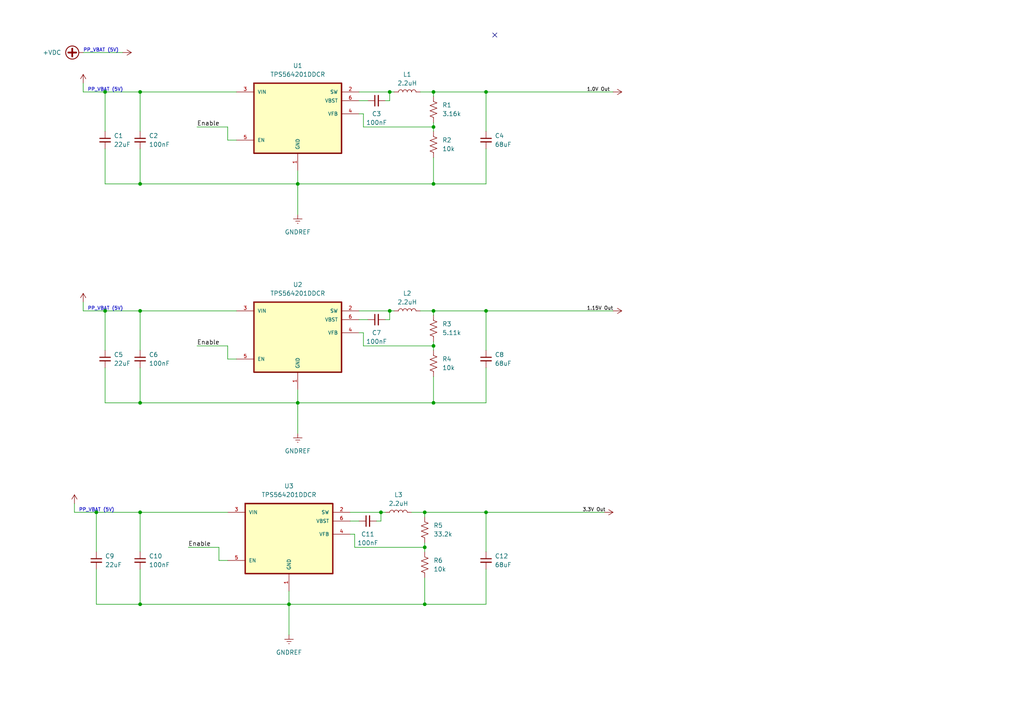
<source format=kicad_sch>
(kicad_sch (version 20230121) (generator eeschema)

  (uuid cf5f33e7-7a3a-4ce5-87c2-b86b11dfa5c1)

  (paper "A4")

  (lib_symbols
    (symbol "Device:C_Small" (pin_numbers hide) (pin_names (offset 0.254) hide) (in_bom yes) (on_board yes)
      (property "Reference" "C" (at 0.254 1.778 0)
        (effects (font (size 1.27 1.27)) (justify left))
      )
      (property "Value" "C_Small" (at 0.254 -2.032 0)
        (effects (font (size 1.27 1.27)) (justify left))
      )
      (property "Footprint" "" (at 0 0 0)
        (effects (font (size 1.27 1.27)) hide)
      )
      (property "Datasheet" "~" (at 0 0 0)
        (effects (font (size 1.27 1.27)) hide)
      )
      (property "ki_keywords" "capacitor cap" (at 0 0 0)
        (effects (font (size 1.27 1.27)) hide)
      )
      (property "ki_description" "Unpolarized capacitor, small symbol" (at 0 0 0)
        (effects (font (size 1.27 1.27)) hide)
      )
      (property "ki_fp_filters" "C_*" (at 0 0 0)
        (effects (font (size 1.27 1.27)) hide)
      )
      (symbol "C_Small_0_1"
        (polyline
          (pts
            (xy -1.524 -0.508)
            (xy 1.524 -0.508)
          )
          (stroke (width 0.3302) (type default))
          (fill (type none))
        )
        (polyline
          (pts
            (xy -1.524 0.508)
            (xy 1.524 0.508)
          )
          (stroke (width 0.3048) (type default))
          (fill (type none))
        )
      )
      (symbol "C_Small_1_1"
        (pin passive line (at 0 2.54 270) (length 2.032)
          (name "~" (effects (font (size 1.27 1.27))))
          (number "1" (effects (font (size 1.27 1.27))))
        )
        (pin passive line (at 0 -2.54 90) (length 2.032)
          (name "~" (effects (font (size 1.27 1.27))))
          (number "2" (effects (font (size 1.27 1.27))))
        )
      )
    )
    (symbol "Device:L" (pin_numbers hide) (pin_names (offset 1.016) hide) (in_bom yes) (on_board yes)
      (property "Reference" "L" (at -1.27 0 90)
        (effects (font (size 1.27 1.27)))
      )
      (property "Value" "L" (at 1.905 0 90)
        (effects (font (size 1.27 1.27)))
      )
      (property "Footprint" "" (at 0 0 0)
        (effects (font (size 1.27 1.27)) hide)
      )
      (property "Datasheet" "~" (at 0 0 0)
        (effects (font (size 1.27 1.27)) hide)
      )
      (property "ki_keywords" "inductor choke coil reactor magnetic" (at 0 0 0)
        (effects (font (size 1.27 1.27)) hide)
      )
      (property "ki_description" "Inductor" (at 0 0 0)
        (effects (font (size 1.27 1.27)) hide)
      )
      (property "ki_fp_filters" "Choke_* *Coil* Inductor_* L_*" (at 0 0 0)
        (effects (font (size 1.27 1.27)) hide)
      )
      (symbol "L_0_1"
        (arc (start 0 -2.54) (mid 0.6323 -1.905) (end 0 -1.27)
          (stroke (width 0) (type default))
          (fill (type none))
        )
        (arc (start 0 -1.27) (mid 0.6323 -0.635) (end 0 0)
          (stroke (width 0) (type default))
          (fill (type none))
        )
        (arc (start 0 0) (mid 0.6323 0.635) (end 0 1.27)
          (stroke (width 0) (type default))
          (fill (type none))
        )
        (arc (start 0 1.27) (mid 0.6323 1.905) (end 0 2.54)
          (stroke (width 0) (type default))
          (fill (type none))
        )
      )
      (symbol "L_1_1"
        (pin passive line (at 0 3.81 270) (length 1.27)
          (name "1" (effects (font (size 1.27 1.27))))
          (number "1" (effects (font (size 1.27 1.27))))
        )
        (pin passive line (at 0 -3.81 90) (length 1.27)
          (name "2" (effects (font (size 1.27 1.27))))
          (number "2" (effects (font (size 1.27 1.27))))
        )
      )
    )
    (symbol "Device:R_US" (pin_numbers hide) (pin_names (offset 0)) (in_bom yes) (on_board yes)
      (property "Reference" "R" (at 2.54 0 90)
        (effects (font (size 1.27 1.27)))
      )
      (property "Value" "R_US" (at -2.54 0 90)
        (effects (font (size 1.27 1.27)))
      )
      (property "Footprint" "" (at 1.016 -0.254 90)
        (effects (font (size 1.27 1.27)) hide)
      )
      (property "Datasheet" "~" (at 0 0 0)
        (effects (font (size 1.27 1.27)) hide)
      )
      (property "ki_keywords" "R res resistor" (at 0 0 0)
        (effects (font (size 1.27 1.27)) hide)
      )
      (property "ki_description" "Resistor, US symbol" (at 0 0 0)
        (effects (font (size 1.27 1.27)) hide)
      )
      (property "ki_fp_filters" "R_*" (at 0 0 0)
        (effects (font (size 1.27 1.27)) hide)
      )
      (symbol "R_US_0_1"
        (polyline
          (pts
            (xy 0 -2.286)
            (xy 0 -2.54)
          )
          (stroke (width 0) (type default))
          (fill (type none))
        )
        (polyline
          (pts
            (xy 0 2.286)
            (xy 0 2.54)
          )
          (stroke (width 0) (type default))
          (fill (type none))
        )
        (polyline
          (pts
            (xy 0 -0.762)
            (xy 1.016 -1.143)
            (xy 0 -1.524)
            (xy -1.016 -1.905)
            (xy 0 -2.286)
          )
          (stroke (width 0) (type default))
          (fill (type none))
        )
        (polyline
          (pts
            (xy 0 0.762)
            (xy 1.016 0.381)
            (xy 0 0)
            (xy -1.016 -0.381)
            (xy 0 -0.762)
          )
          (stroke (width 0) (type default))
          (fill (type none))
        )
        (polyline
          (pts
            (xy 0 2.286)
            (xy 1.016 1.905)
            (xy 0 1.524)
            (xy -1.016 1.143)
            (xy 0 0.762)
          )
          (stroke (width 0) (type default))
          (fill (type none))
        )
      )
      (symbol "R_US_1_1"
        (pin passive line (at 0 3.81 270) (length 1.27)
          (name "~" (effects (font (size 1.27 1.27))))
          (number "1" (effects (font (size 1.27 1.27))))
        )
        (pin passive line (at 0 -3.81 90) (length 1.27)
          (name "~" (effects (font (size 1.27 1.27))))
          (number "2" (effects (font (size 1.27 1.27))))
        )
      )
    )
    (symbol "TPS564201DDCR:TPS564201DDCR" (pin_names (offset 1.016)) (in_bom yes) (on_board yes)
      (property "Reference" "U2" (at 0 15.24 0)
        (effects (font (size 1.27 1.27)))
      )
      (property "Value" "TPS564201DDCR" (at 0 12.7 0)
        (effects (font (size 1.27 1.27)))
      )
      (property "Footprint" "TPS564201DDCR:SOT95P280X110-6N" (at 0 0 0)
        (effects (font (size 1.27 1.27)) (justify bottom) hide)
      )
      (property "Datasheet" "" (at 0 0 0)
        (effects (font (size 1.27 1.27)) hide)
      )
      (property "MF" "Texas Instruments" (at 0 0 0)
        (effects (font (size 1.27 1.27)) (justify bottom) hide)
      )
      (property "Description" "\n4.5 V to 17 V input, 4 A output, synchronous step-down converter in Eco-mode\n" (at 0 0 0)
        (effects (font (size 1.27 1.27)) (justify bottom) hide)
      )
      (property "Package" "SOT-23-THN-6 Texas Instruments" (at 0 0 0)
        (effects (font (size 1.27 1.27)) (justify bottom) hide)
      )
      (property "Price" "None" (at 0 0 0)
        (effects (font (size 1.27 1.27)) (justify bottom) hide)
      )
      (property "SnapEDA_Link" "https://www.snapeda.com/parts/TPS564201DDCR/Texas+Instruments/view-part/?ref=snap" (at 0 0 0)
        (effects (font (size 1.27 1.27)) (justify bottom) hide)
      )
      (property "MP" "TPS564201DDCR" (at 0 0 0)
        (effects (font (size 1.27 1.27)) (justify bottom) hide)
      )
      (property "Purchase-URL" "https://www.snapeda.com/api/url_track_click_mouser/?unipart_id=627297&manufacturer=Texas Instruments&part_name=TPS564201DDCR&search_term=None" (at 0 0 0)
        (effects (font (size 1.27 1.27)) (justify bottom) hide)
      )
      (property "Availability" "In Stock" (at 0 0 0)
        (effects (font (size 1.27 1.27)) (justify bottom) hide)
      )
      (property "Check_prices" "https://www.snapeda.com/parts/TPS564201DDCR/Texas+Instruments/view-part/?ref=eda" (at 0 0 0)
        (effects (font (size 1.27 1.27)) (justify bottom) hide)
      )
      (symbol "TPS564201DDCR_0_0"
        (rectangle (start -12.7 -10.16) (end 12.7 10.16)
          (stroke (width 0.41) (type default))
          (fill (type background))
        )
        (pin power_in line (at 0 -15.24 90) (length 5.08)
          (name "GND" (effects (font (size 1.016 1.016))))
          (number "1" (effects (font (size 1.016 1.016))))
        )
        (pin output line (at 17.78 7.62 180) (length 5.08)
          (name "SW" (effects (font (size 1.016 1.016))))
          (number "2" (effects (font (size 1.016 1.016))))
        )
        (pin input line (at -17.78 7.62 0) (length 5.08)
          (name "VIN" (effects (font (size 1.016 1.016))))
          (number "3" (effects (font (size 1.016 1.016))))
        )
        (pin input line (at 17.78 1.27 180) (length 5.08)
          (name "VFB" (effects (font (size 1.016 1.016))))
          (number "4" (effects (font (size 1.016 1.016))))
        )
        (pin input line (at -17.78 -6.35 0) (length 5.08)
          (name "EN" (effects (font (size 1.016 1.016))))
          (number "5" (effects (font (size 1.016 1.016))))
        )
        (pin output line (at 17.78 5.08 180) (length 5.08)
          (name "VBST" (effects (font (size 1.016 1.016))))
          (number "6" (effects (font (size 1.016 1.016))))
        )
      )
    )
    (symbol "power:+VDC" (power) (pin_names (offset 0)) (in_bom yes) (on_board yes)
      (property "Reference" "#PWR" (at 0 -2.54 0)
        (effects (font (size 1.27 1.27)) hide)
      )
      (property "Value" "+VDC" (at 0 6.35 0)
        (effects (font (size 1.27 1.27)))
      )
      (property "Footprint" "" (at 0 0 0)
        (effects (font (size 1.27 1.27)) hide)
      )
      (property "Datasheet" "" (at 0 0 0)
        (effects (font (size 1.27 1.27)) hide)
      )
      (property "ki_keywords" "global power" (at 0 0 0)
        (effects (font (size 1.27 1.27)) hide)
      )
      (property "ki_description" "Power symbol creates a global label with name \"+VDC\"" (at 0 0 0)
        (effects (font (size 1.27 1.27)) hide)
      )
      (symbol "+VDC_0_1"
        (polyline
          (pts
            (xy -1.143 3.175)
            (xy 1.143 3.175)
          )
          (stroke (width 0.508) (type default))
          (fill (type none))
        )
        (polyline
          (pts
            (xy 0 0)
            (xy 0 1.27)
          )
          (stroke (width 0) (type default))
          (fill (type none))
        )
        (polyline
          (pts
            (xy 0 2.032)
            (xy 0 4.318)
          )
          (stroke (width 0.508) (type default))
          (fill (type none))
        )
        (circle (center 0 3.175) (radius 1.905)
          (stroke (width 0.254) (type default))
          (fill (type none))
        )
      )
      (symbol "+VDC_1_1"
        (pin power_in line (at 0 0 90) (length 0) hide
          (name "+VDC" (effects (font (size 1.27 1.27))))
          (number "1" (effects (font (size 1.27 1.27))))
        )
      )
    )
    (symbol "power:GNDREF" (power) (pin_names (offset 0)) (in_bom yes) (on_board yes)
      (property "Reference" "#PWR" (at 0 -6.35 0)
        (effects (font (size 1.27 1.27)) hide)
      )
      (property "Value" "GNDREF" (at 0 -3.81 0)
        (effects (font (size 1.27 1.27)))
      )
      (property "Footprint" "" (at 0 0 0)
        (effects (font (size 1.27 1.27)) hide)
      )
      (property "Datasheet" "" (at 0 0 0)
        (effects (font (size 1.27 1.27)) hide)
      )
      (property "ki_keywords" "global power" (at 0 0 0)
        (effects (font (size 1.27 1.27)) hide)
      )
      (property "ki_description" "Power symbol creates a global label with name \"GNDREF\" , reference supply ground" (at 0 0 0)
        (effects (font (size 1.27 1.27)) hide)
      )
      (symbol "GNDREF_0_1"
        (polyline
          (pts
            (xy -0.635 -1.905)
            (xy 0.635 -1.905)
          )
          (stroke (width 0) (type default))
          (fill (type none))
        )
        (polyline
          (pts
            (xy -0.127 -2.54)
            (xy 0.127 -2.54)
          )
          (stroke (width 0) (type default))
          (fill (type none))
        )
        (polyline
          (pts
            (xy 0 -1.27)
            (xy 0 0)
          )
          (stroke (width 0) (type default))
          (fill (type none))
        )
        (polyline
          (pts
            (xy 1.27 -1.27)
            (xy -1.27 -1.27)
          )
          (stroke (width 0) (type default))
          (fill (type none))
        )
      )
      (symbol "GNDREF_1_1"
        (pin power_in line (at 0 0 270) (length 0) hide
          (name "GNDREF" (effects (font (size 1.27 1.27))))
          (number "1" (effects (font (size 1.27 1.27))))
        )
      )
    )
    (symbol "power:VCC" (power) (pin_names (offset 0)) (in_bom yes) (on_board yes)
      (property "Reference" "#PWR" (at 0 -3.81 0)
        (effects (font (size 1.27 1.27)) hide)
      )
      (property "Value" "VCC" (at 0 3.81 0)
        (effects (font (size 1.27 1.27)))
      )
      (property "Footprint" "" (at 0 0 0)
        (effects (font (size 1.27 1.27)) hide)
      )
      (property "Datasheet" "" (at 0 0 0)
        (effects (font (size 1.27 1.27)) hide)
      )
      (property "ki_keywords" "global power" (at 0 0 0)
        (effects (font (size 1.27 1.27)) hide)
      )
      (property "ki_description" "Power symbol creates a global label with name \"VCC\"" (at 0 0 0)
        (effects (font (size 1.27 1.27)) hide)
      )
      (symbol "VCC_0_1"
        (polyline
          (pts
            (xy -0.762 1.27)
            (xy 0 2.54)
          )
          (stroke (width 0) (type default))
          (fill (type none))
        )
        (polyline
          (pts
            (xy 0 0)
            (xy 0 2.54)
          )
          (stroke (width 0) (type default))
          (fill (type none))
        )
        (polyline
          (pts
            (xy 0 2.54)
            (xy 0.762 1.27)
          )
          (stroke (width 0) (type default))
          (fill (type none))
        )
      )
      (symbol "VCC_1_1"
        (pin power_in line (at 0 0 90) (length 0) hide
          (name "VCC" (effects (font (size 1.27 1.27))))
          (number "1" (effects (font (size 1.27 1.27))))
        )
      )
    )
  )

  (junction (at 40.64 90.17) (diameter 0) (color 0 0 0 0)
    (uuid 0061c458-2ea0-4cb3-9908-a08f62cefe4e)
  )
  (junction (at 27.94 148.59) (diameter 0) (color 0 0 0 0)
    (uuid 031a49da-fb47-4e07-9f6f-d1c64544aad0)
  )
  (junction (at 125.73 53.34) (diameter 0) (color 0 0 0 0)
    (uuid 0ed821f8-4d52-4914-8412-d00e04e0bc29)
  )
  (junction (at 125.73 116.84) (diameter 0) (color 0 0 0 0)
    (uuid 1e62c0e2-534a-4c89-a64c-ac25486aa96c)
  )
  (junction (at 86.36 53.34) (diameter 0) (color 0 0 0 0)
    (uuid 20539a52-4e26-4856-a63a-fb8a049f516a)
  )
  (junction (at 30.48 26.67) (diameter 0) (color 0 0 0 0)
    (uuid 208395cf-cca3-4e50-b9e5-d905713ad07d)
  )
  (junction (at 40.64 175.26) (diameter 0) (color 0 0 0 0)
    (uuid 24e3d91b-089d-4b5a-a02e-c447eb001afa)
  )
  (junction (at 123.19 148.59) (diameter 0) (color 0 0 0 0)
    (uuid 2732eec1-e144-4e24-8719-def3e1fd5ff7)
  )
  (junction (at 125.73 100.33) (diameter 0) (color 0 0 0 0)
    (uuid 3e24c4b8-0de8-448e-815f-f00acd6a0597)
  )
  (junction (at 140.97 26.67) (diameter 0) (color 0 0 0 0)
    (uuid 3e26dcc9-1d95-4bd6-ba54-ecda0a3ac3a5)
  )
  (junction (at 123.19 175.26) (diameter 0) (color 0 0 0 0)
    (uuid 503d664e-e370-466d-9fea-491bebcc40a9)
  )
  (junction (at 83.82 175.26) (diameter 0) (color 0 0 0 0)
    (uuid 536b4a74-1012-44a6-88e5-2770266726b5)
  )
  (junction (at 125.73 36.83) (diameter 0) (color 0 0 0 0)
    (uuid 623eaa09-c2db-4fac-ad81-793b8f945be2)
  )
  (junction (at 40.64 53.34) (diameter 0) (color 0 0 0 0)
    (uuid 69f83d75-07f5-45d9-8c16-87da352eadf8)
  )
  (junction (at 113.03 26.67) (diameter 0) (color 0 0 0 0)
    (uuid 6d0d4b91-f7e8-4c98-9d20-3d157c4849d1)
  )
  (junction (at 125.73 26.67) (diameter 0) (color 0 0 0 0)
    (uuid 72ea9ad9-88a3-426b-9b9d-869abe538871)
  )
  (junction (at 123.19 158.75) (diameter 0) (color 0 0 0 0)
    (uuid 818d938f-4abe-4f57-8c5d-ac77fa9fef44)
  )
  (junction (at 125.73 90.17) (diameter 0) (color 0 0 0 0)
    (uuid 837d3a68-d9b2-4fe1-b475-9ced404b571c)
  )
  (junction (at 40.64 116.84) (diameter 0) (color 0 0 0 0)
    (uuid 964196bc-0982-4761-869b-381ce535d64c)
  )
  (junction (at 140.97 148.59) (diameter 0) (color 0 0 0 0)
    (uuid 98c193cf-1d3c-4ae4-8ff6-a1e9a3dab6d7)
  )
  (junction (at 140.97 90.17) (diameter 0) (color 0 0 0 0)
    (uuid b47046e5-b00b-429c-ac05-fff1773b0eb5)
  )
  (junction (at 86.36 116.84) (diameter 0) (color 0 0 0 0)
    (uuid c0c2f172-dffd-4d8a-a15c-b31f487f3a94)
  )
  (junction (at 40.64 26.67) (diameter 0) (color 0 0 0 0)
    (uuid c10c05eb-af8d-41cc-8d0b-4412c429fa72)
  )
  (junction (at 113.03 90.17) (diameter 0) (color 0 0 0 0)
    (uuid c1729da4-13de-4300-bedf-89b63bb5d205)
  )
  (junction (at 110.49 148.59) (diameter 0) (color 0 0 0 0)
    (uuid c1fad09c-c3fb-4e78-a483-4d1c9f448ec7)
  )
  (junction (at 40.64 148.59) (diameter 0) (color 0 0 0 0)
    (uuid cdb4c070-7f34-487a-89d4-473775b40705)
  )
  (junction (at 30.48 90.17) (diameter 0) (color 0 0 0 0)
    (uuid f6506b29-1538-4d5a-a7e9-904d73b66863)
  )

  (no_connect (at 143.51 10.16) (uuid 71ef4ffc-06de-4e03-ab94-e64601a6f71c))

  (wire (pts (xy 125.73 99.06) (xy 125.73 100.33))
    (stroke (width 0) (type default))
    (uuid 0daf1e21-35cc-46f8-ba9e-6bc2dc51c39c)
  )
  (wire (pts (xy 125.73 26.67) (xy 140.97 26.67))
    (stroke (width 0) (type default))
    (uuid 0ee3d542-98f6-4784-95f2-2988452e2d61)
  )
  (wire (pts (xy 125.73 90.17) (xy 125.73 91.44))
    (stroke (width 0) (type default))
    (uuid 1170fb88-bab7-4314-8d78-ae3f0593fbdc)
  )
  (wire (pts (xy 101.6 148.59) (xy 110.49 148.59))
    (stroke (width 0) (type default))
    (uuid 12d2d1ed-bbc8-405a-8642-02797153062e)
  )
  (wire (pts (xy 30.48 106.68) (xy 30.48 116.84))
    (stroke (width 0) (type default))
    (uuid 141f3aeb-7c0b-48fd-87ac-5ed2c1a17887)
  )
  (wire (pts (xy 123.19 167.64) (xy 123.19 175.26))
    (stroke (width 0) (type default))
    (uuid 19afb63c-fe15-4e17-bbbf-0fb82fde1e1e)
  )
  (wire (pts (xy 123.19 175.26) (xy 83.82 175.26))
    (stroke (width 0) (type default))
    (uuid 1c052a81-be16-4074-a479-91a45dd8027d)
  )
  (wire (pts (xy 21.59 148.59) (xy 27.94 148.59))
    (stroke (width 0) (type default))
    (uuid 1c1ce8b8-61a6-4932-8b49-4696d8a6be4f)
  )
  (wire (pts (xy 105.41 96.52) (xy 105.41 100.33))
    (stroke (width 0) (type default))
    (uuid 1d97dc1f-b935-4255-8a39-b8dc208c0af9)
  )
  (wire (pts (xy 140.97 116.84) (xy 140.97 106.68))
    (stroke (width 0) (type default))
    (uuid 20485390-751a-4cdb-b2d9-4b7c2f820030)
  )
  (wire (pts (xy 125.73 36.83) (xy 125.73 38.1))
    (stroke (width 0) (type default))
    (uuid 26fb662b-25ae-49ae-8348-1e84af8ed44e)
  )
  (wire (pts (xy 109.22 151.13) (xy 110.49 151.13))
    (stroke (width 0) (type default))
    (uuid 279f01ee-dd3a-47a9-8cea-e16de1f50535)
  )
  (wire (pts (xy 102.87 158.75) (xy 123.19 158.75))
    (stroke (width 0) (type default))
    (uuid 27a59c2f-96f9-4d02-903a-8bf7c13b5a82)
  )
  (wire (pts (xy 24.13 87.63) (xy 24.13 90.17))
    (stroke (width 0) (type default))
    (uuid 2f131e6a-faf9-48ee-8dd9-1906d85fde29)
  )
  (wire (pts (xy 30.48 43.18) (xy 30.48 53.34))
    (stroke (width 0) (type default))
    (uuid 33482b4b-5e09-407a-b515-ef1f83e9491a)
  )
  (wire (pts (xy 27.94 175.26) (xy 40.64 175.26))
    (stroke (width 0) (type default))
    (uuid 3468c182-412d-41f3-adf5-6c59b0c9091b)
  )
  (wire (pts (xy 24.13 15.24) (xy 35.56 15.24))
    (stroke (width 0) (type default))
    (uuid 353057ea-1896-445d-9f7e-c59fb21e4681)
  )
  (wire (pts (xy 30.48 90.17) (xy 30.48 101.6))
    (stroke (width 0) (type default))
    (uuid 35a84b7b-7769-43c0-9ef4-08178f4bb875)
  )
  (wire (pts (xy 104.14 92.71) (xy 106.68 92.71))
    (stroke (width 0) (type default))
    (uuid 38c4f6d5-5332-4062-b646-e0858fe09ed7)
  )
  (wire (pts (xy 125.73 100.33) (xy 125.73 101.6))
    (stroke (width 0) (type default))
    (uuid 3f10e20d-b148-4147-a7d2-b66aa40dc644)
  )
  (wire (pts (xy 140.97 175.26) (xy 140.97 165.1))
    (stroke (width 0) (type default))
    (uuid 428f5b1f-9f8c-4fbf-bdcd-0f8a29e38c66)
  )
  (wire (pts (xy 24.13 26.67) (xy 30.48 26.67))
    (stroke (width 0) (type default))
    (uuid 43cc114d-da19-4e41-a86b-bdfb02928224)
  )
  (wire (pts (xy 40.64 165.1) (xy 40.64 175.26))
    (stroke (width 0) (type default))
    (uuid 464c70ab-d487-44dd-a10d-dc1dfde3513c)
  )
  (wire (pts (xy 101.6 154.94) (xy 102.87 154.94))
    (stroke (width 0) (type default))
    (uuid 47ed5083-1655-40f5-9623-526eb329083c)
  )
  (wire (pts (xy 104.14 96.52) (xy 105.41 96.52))
    (stroke (width 0) (type default))
    (uuid 4b73194e-3b75-481a-89b8-cd1804248240)
  )
  (wire (pts (xy 123.19 148.59) (xy 140.97 148.59))
    (stroke (width 0) (type default))
    (uuid 5188be67-7aa8-42d0-a5d6-43ffed625df7)
  )
  (wire (pts (xy 140.97 90.17) (xy 177.8 90.17))
    (stroke (width 0) (type default))
    (uuid 52776a18-88aa-4b74-ad4b-a76c64c75f8e)
  )
  (wire (pts (xy 40.64 90.17) (xy 68.58 90.17))
    (stroke (width 0) (type default))
    (uuid 573c1fa3-7de4-47b1-8739-062ee9efe5ec)
  )
  (wire (pts (xy 27.94 165.1) (xy 27.94 175.26))
    (stroke (width 0) (type default))
    (uuid 57d6d105-3bcc-4740-88fb-8daadf985e75)
  )
  (wire (pts (xy 104.14 26.67) (xy 113.03 26.67))
    (stroke (width 0) (type default))
    (uuid 591a0516-21fc-47b4-8bea-8929fa78f1e1)
  )
  (wire (pts (xy 83.82 175.26) (xy 83.82 184.15))
    (stroke (width 0) (type default))
    (uuid 5976a814-d00c-4648-a0d5-06c7f507d10b)
  )
  (wire (pts (xy 125.73 26.67) (xy 125.73 27.94))
    (stroke (width 0) (type default))
    (uuid 5afefa0d-32ba-4b84-93ce-37da24cce9ec)
  )
  (wire (pts (xy 110.49 151.13) (xy 110.49 148.59))
    (stroke (width 0) (type default))
    (uuid 5c9a56f8-bba8-4119-b5bc-a715e22acba2)
  )
  (wire (pts (xy 113.03 92.71) (xy 113.03 90.17))
    (stroke (width 0) (type default))
    (uuid 5e55b2e3-19ef-4199-9978-e98bb2ef5cc6)
  )
  (wire (pts (xy 125.73 116.84) (xy 86.36 116.84))
    (stroke (width 0) (type default))
    (uuid 5e9dc447-bf5f-4ec0-b965-8f132b15d036)
  )
  (wire (pts (xy 113.03 26.67) (xy 114.3 26.67))
    (stroke (width 0) (type default))
    (uuid 6138e52b-bfd8-4db5-a9e7-7135eb7cae7b)
  )
  (wire (pts (xy 123.19 157.48) (xy 123.19 158.75))
    (stroke (width 0) (type default))
    (uuid 626c6cb7-9118-4f45-9741-8bb2de28f41f)
  )
  (wire (pts (xy 105.41 100.33) (xy 125.73 100.33))
    (stroke (width 0) (type default))
    (uuid 6418ee47-3884-42f8-8b0d-1b365a9da778)
  )
  (wire (pts (xy 54.61 158.75) (xy 63.5 158.75))
    (stroke (width 0) (type default))
    (uuid 6588d88b-8c01-4fc5-9720-5d5ea62001c5)
  )
  (wire (pts (xy 125.73 45.72) (xy 125.73 53.34))
    (stroke (width 0) (type default))
    (uuid 6775136d-4840-4aa9-86f0-d84e7788654f)
  )
  (wire (pts (xy 40.64 148.59) (xy 66.04 148.59))
    (stroke (width 0) (type default))
    (uuid 6ccad2d8-475c-4c6c-96f0-131a6e4332b3)
  )
  (wire (pts (xy 40.64 175.26) (xy 83.82 175.26))
    (stroke (width 0) (type default))
    (uuid 72db4170-5a17-4e99-8323-312995688a9c)
  )
  (wire (pts (xy 113.03 29.21) (xy 113.03 26.67))
    (stroke (width 0) (type default))
    (uuid 73d24412-bb3f-45a8-8e96-dfaa4fe75620)
  )
  (wire (pts (xy 86.36 113.03) (xy 86.36 116.84))
    (stroke (width 0) (type default))
    (uuid 756cff80-d582-40cd-bea8-312d94ef6bdd)
  )
  (wire (pts (xy 125.73 53.34) (xy 140.97 53.34))
    (stroke (width 0) (type default))
    (uuid 756fc964-2de1-4fc6-b293-831b99ba1d88)
  )
  (wire (pts (xy 140.97 26.67) (xy 140.97 38.1))
    (stroke (width 0) (type default))
    (uuid 75c962b9-b4e5-47b1-bcab-85725ff4605c)
  )
  (wire (pts (xy 83.82 171.45) (xy 83.82 175.26))
    (stroke (width 0) (type default))
    (uuid 786baa4c-a9e6-4870-80eb-f6225c8e10b3)
  )
  (wire (pts (xy 125.73 35.56) (xy 125.73 36.83))
    (stroke (width 0) (type default))
    (uuid 796c6c4d-ee71-4535-bf9b-0aa1ee473331)
  )
  (wire (pts (xy 40.64 90.17) (xy 40.64 101.6))
    (stroke (width 0) (type default))
    (uuid 7a38ae75-81b4-4d79-bb73-e385d76cbea1)
  )
  (wire (pts (xy 68.58 40.64) (xy 66.04 40.64))
    (stroke (width 0) (type default))
    (uuid 7aced465-0b26-4905-b5cf-4986c0f6eeab)
  )
  (wire (pts (xy 123.19 158.75) (xy 123.19 160.02))
    (stroke (width 0) (type default))
    (uuid 7c19f606-c4fc-444b-b759-8ec96634ae74)
  )
  (wire (pts (xy 68.58 104.14) (xy 66.04 104.14))
    (stroke (width 0) (type default))
    (uuid 7e866645-1c9e-4733-bd97-5001ccf2f060)
  )
  (wire (pts (xy 121.92 26.67) (xy 125.73 26.67))
    (stroke (width 0) (type default))
    (uuid 7ede80b5-ae55-41d0-82bc-d3337c37e5a5)
  )
  (wire (pts (xy 86.36 49.53) (xy 86.36 53.34))
    (stroke (width 0) (type default))
    (uuid 7f0ce16f-2ed0-4cbd-bcd2-54c4b42e79c4)
  )
  (wire (pts (xy 40.64 53.34) (xy 86.36 53.34))
    (stroke (width 0) (type default))
    (uuid 7f536564-b589-411d-8ff5-e5e2b5c5f915)
  )
  (wire (pts (xy 24.13 24.13) (xy 24.13 26.67))
    (stroke (width 0) (type default))
    (uuid 7f78874d-4c6b-4890-8838-8cc57af8c06e)
  )
  (wire (pts (xy 86.36 53.34) (xy 86.36 62.23))
    (stroke (width 0) (type default))
    (uuid 822d8398-a2a5-4122-9db5-c61190e329ed)
  )
  (wire (pts (xy 113.03 90.17) (xy 114.3 90.17))
    (stroke (width 0) (type default))
    (uuid 83f74f8f-f98d-4ab0-aad4-fc4d41cca025)
  )
  (wire (pts (xy 111.76 92.71) (xy 113.03 92.71))
    (stroke (width 0) (type default))
    (uuid 86ecf4a4-1f75-496e-a8db-06d7af24165f)
  )
  (wire (pts (xy 125.73 109.22) (xy 125.73 116.84))
    (stroke (width 0) (type default))
    (uuid 8906253d-224b-4f62-b25f-9bbcb31ea97b)
  )
  (wire (pts (xy 123.19 148.59) (xy 123.19 149.86))
    (stroke (width 0) (type default))
    (uuid 8cbe34fa-9871-4f39-a660-56702e199216)
  )
  (wire (pts (xy 40.64 43.18) (xy 40.64 53.34))
    (stroke (width 0) (type default))
    (uuid 8d3b048e-42a2-4e80-9824-81f151003afa)
  )
  (wire (pts (xy 30.48 26.67) (xy 30.48 38.1))
    (stroke (width 0) (type default))
    (uuid 8e6b75cc-03ab-489d-a2eb-ddee28a309b8)
  )
  (wire (pts (xy 40.64 26.67) (xy 68.58 26.67))
    (stroke (width 0) (type default))
    (uuid 9132e294-e553-4a36-b827-69ca9456813b)
  )
  (wire (pts (xy 27.94 148.59) (xy 40.64 148.59))
    (stroke (width 0) (type default))
    (uuid 91d803bf-85af-4bc7-9711-05cbcbfdf473)
  )
  (wire (pts (xy 66.04 104.14) (xy 66.04 100.33))
    (stroke (width 0) (type default))
    (uuid 93a73da6-7970-454f-8b05-e1504f60aa71)
  )
  (wire (pts (xy 140.97 148.59) (xy 140.97 160.02))
    (stroke (width 0) (type default))
    (uuid 93ef1dac-7556-4e18-af57-17fca9cc549f)
  )
  (wire (pts (xy 119.38 148.59) (xy 123.19 148.59))
    (stroke (width 0) (type default))
    (uuid 9840e33e-2a27-4983-89fa-1b0f51ca8428)
  )
  (wire (pts (xy 140.97 148.59) (xy 175.26 148.59))
    (stroke (width 0) (type default))
    (uuid 9955e69e-92b7-42f9-a97c-f715ff41e006)
  )
  (wire (pts (xy 140.97 90.17) (xy 140.97 101.6))
    (stroke (width 0) (type default))
    (uuid 9a122df1-881f-4213-82db-ed05fe8f2c3a)
  )
  (wire (pts (xy 30.48 90.17) (xy 40.64 90.17))
    (stroke (width 0) (type default))
    (uuid 9aeedd7c-8852-4371-847c-058662b42170)
  )
  (wire (pts (xy 40.64 26.67) (xy 40.64 38.1))
    (stroke (width 0) (type default))
    (uuid 9fea217a-b4c6-4fe0-beaf-a595dee1e149)
  )
  (wire (pts (xy 140.97 53.34) (xy 140.97 43.18))
    (stroke (width 0) (type default))
    (uuid a2cf6d82-289e-4358-b8c8-62f207ba5c63)
  )
  (wire (pts (xy 102.87 154.94) (xy 102.87 158.75))
    (stroke (width 0) (type default))
    (uuid a40512d0-520e-4fe8-9c75-cab86ada9af6)
  )
  (wire (pts (xy 110.49 148.59) (xy 111.76 148.59))
    (stroke (width 0) (type default))
    (uuid a44680c0-c0fe-4616-bd75-a81b7826cedf)
  )
  (wire (pts (xy 140.97 26.67) (xy 177.8 26.67))
    (stroke (width 0) (type default))
    (uuid a5a365ae-c5c8-4d83-a297-2172821fe3ad)
  )
  (wire (pts (xy 24.13 90.17) (xy 30.48 90.17))
    (stroke (width 0) (type default))
    (uuid a793358f-ce1c-4bbb-b503-ea7115f16b2f)
  )
  (wire (pts (xy 40.64 106.68) (xy 40.64 116.84))
    (stroke (width 0) (type default))
    (uuid a9683649-3d1a-476c-a4c4-05382e34046f)
  )
  (wire (pts (xy 86.36 116.84) (xy 86.36 125.73))
    (stroke (width 0) (type default))
    (uuid aaa6d770-c1da-4f88-b1fd-054ed184bc05)
  )
  (wire (pts (xy 105.41 33.02) (xy 105.41 36.83))
    (stroke (width 0) (type default))
    (uuid afa8ee69-3981-475e-a3fc-c977b92a8f02)
  )
  (wire (pts (xy 125.73 116.84) (xy 140.97 116.84))
    (stroke (width 0) (type default))
    (uuid afe08978-de22-4390-ad9e-51473039a827)
  )
  (wire (pts (xy 30.48 116.84) (xy 40.64 116.84))
    (stroke (width 0) (type default))
    (uuid b2ad7068-4d90-499e-94ec-ced74e94c26e)
  )
  (wire (pts (xy 66.04 162.56) (xy 63.5 162.56))
    (stroke (width 0) (type default))
    (uuid b2eb9513-fe56-4b98-854d-ab8c99d08a65)
  )
  (wire (pts (xy 104.14 90.17) (xy 113.03 90.17))
    (stroke (width 0) (type default))
    (uuid b69f6fc1-89ce-4b0b-b8df-5afb141b3188)
  )
  (wire (pts (xy 123.19 175.26) (xy 140.97 175.26))
    (stroke (width 0) (type default))
    (uuid b7437d49-5185-447e-bdd7-bec8d79fc91b)
  )
  (wire (pts (xy 27.94 148.59) (xy 27.94 160.02))
    (stroke (width 0) (type default))
    (uuid c0194011-ff8c-4d1e-9e48-9068d1b7910a)
  )
  (wire (pts (xy 104.14 33.02) (xy 105.41 33.02))
    (stroke (width 0) (type default))
    (uuid c0a119cf-cbfa-4906-87b8-e88f6fc00aa1)
  )
  (wire (pts (xy 57.15 36.83) (xy 66.04 36.83))
    (stroke (width 0) (type default))
    (uuid c24c7307-1fb1-41ac-bf87-0bbe6f25940f)
  )
  (wire (pts (xy 40.64 116.84) (xy 86.36 116.84))
    (stroke (width 0) (type default))
    (uuid c2a93498-4eee-4d33-bbf1-3c9525bb771f)
  )
  (wire (pts (xy 40.64 148.59) (xy 40.64 160.02))
    (stroke (width 0) (type default))
    (uuid c68b4b04-d544-46d2-ae2a-a441269e6cea)
  )
  (wire (pts (xy 121.92 90.17) (xy 125.73 90.17))
    (stroke (width 0) (type default))
    (uuid c6d9c5fe-adcc-4b4c-9ba1-ae11a5c708b0)
  )
  (wire (pts (xy 104.14 29.21) (xy 106.68 29.21))
    (stroke (width 0) (type default))
    (uuid cd123d7e-add2-49e7-b91d-5de81a947925)
  )
  (wire (pts (xy 21.59 146.05) (xy 21.59 148.59))
    (stroke (width 0) (type default))
    (uuid ce757a15-70b4-474b-aa85-3d3e908db08c)
  )
  (wire (pts (xy 57.15 100.33) (xy 66.04 100.33))
    (stroke (width 0) (type default))
    (uuid d154837e-be4f-4451-ac97-c9c3360005ee)
  )
  (wire (pts (xy 63.5 162.56) (xy 63.5 158.75))
    (stroke (width 0) (type default))
    (uuid d3564dc0-c71d-44b0-8382-d8eb57f1dd68)
  )
  (wire (pts (xy 30.48 53.34) (xy 40.64 53.34))
    (stroke (width 0) (type default))
    (uuid d5624b36-32e1-40cd-9013-61aea2707cd0)
  )
  (wire (pts (xy 105.41 36.83) (xy 125.73 36.83))
    (stroke (width 0) (type default))
    (uuid db3c1f5f-799e-47dd-8c25-58d0096d953f)
  )
  (wire (pts (xy 30.48 26.67) (xy 40.64 26.67))
    (stroke (width 0) (type default))
    (uuid de9feb31-b3e0-41d3-9b84-e5110dd04604)
  )
  (wire (pts (xy 125.73 53.34) (xy 86.36 53.34))
    (stroke (width 0) (type default))
    (uuid eb6b006a-d193-46fc-85ea-a4b11b41edca)
  )
  (wire (pts (xy 66.04 40.64) (xy 66.04 36.83))
    (stroke (width 0) (type default))
    (uuid f5b12e0e-e81d-4430-be1a-8a55271bd83f)
  )
  (wire (pts (xy 125.73 90.17) (xy 140.97 90.17))
    (stroke (width 0) (type default))
    (uuid f66d3ca5-12b5-48b7-9259-747dcb18fc03)
  )
  (wire (pts (xy 111.76 29.21) (xy 113.03 29.21))
    (stroke (width 0) (type default))
    (uuid fc2faa86-b32d-4732-aad9-894ff05b4300)
  )
  (wire (pts (xy 101.6 151.13) (xy 104.14 151.13))
    (stroke (width 0) (type default))
    (uuid febde9d0-3e33-4438-b652-ee16e925f852)
  )

  (text "PP_VBAT (5V)" (at 22.86 148.59 0)
    (effects (font (size 1 1)) (justify left bottom))
    (uuid 5683e12d-05b1-465f-9598-4555ac672496)
  )
  (text "PP_VBAT (5V)" (at 24.13 15.24 0)
    (effects (font (size 1 1)) (justify left bottom))
    (uuid 7ce8194b-98fd-4ecc-8377-404badd5608b)
  )
  (text "PP_VBAT (5V)" (at 25.4 90.17 0)
    (effects (font (size 1 1)) (justify left bottom))
    (uuid b3f12b8d-41fb-4ad1-a836-b2c937017384)
  )
  (text "PP_VBAT (5V)" (at 25.4 26.67 0)
    (effects (font (size 1 1)) (justify left bottom))
    (uuid fa9748d0-df38-40e3-aa01-737b8234ce25)
  )

  (label "Enable" (at 57.15 100.33 0) (fields_autoplaced)
    (effects (font (size 1.27 1.27)) (justify left bottom))
    (uuid 19e5e30f-9b71-410a-ac3c-a1aef70f754d)
  )
  (label "Enable" (at 57.15 36.83 0) (fields_autoplaced)
    (effects (font (size 1.27 1.27)) (justify left bottom))
    (uuid 271dc36d-6632-4b9d-94dc-fab88a0eba54)
  )
  (label "1.15V Out" (at 170.18 90.17 0) (fields_autoplaced)
    (effects (font (size 1 1)) (justify left bottom))
    (uuid 728fc035-5e73-4d99-ab2f-da70f6d6c129)
  )
  (label "Enable" (at 54.61 158.75 0) (fields_autoplaced)
    (effects (font (size 1.27 1.27)) (justify left bottom))
    (uuid 8df3667b-9d7f-4329-a5a9-deb3e71aecf9)
  )
  (label "1.0V Out" (at 170.18 26.67 0) (fields_autoplaced)
    (effects (font (size 1 1)) (justify left bottom))
    (uuid b7c49ff6-2143-46e0-b061-0d9410912d49)
  )
  (label "3.3V Out" (at 168.91 148.59 0) (fields_autoplaced)
    (effects (font (size 1 1)) (justify left bottom))
    (uuid ee4fbdd2-71e8-4998-942f-fff6d0246f7b)
  )

  (symbol (lib_id "power:VCC") (at 35.56 15.24 270) (unit 1)
    (in_bom yes) (on_board yes) (dnp no) (fields_autoplaced)
    (uuid 0be189b9-4ce2-4b53-8f64-a9f4a01c7560)
    (property "Reference" "#PWR07" (at 31.75 15.24 0)
      (effects (font (size 1.27 1.27)) hide)
    )
    (property "Value" "VCC" (at 39.37 15.24 90)
      (effects (font (size 1.27 1.27)) (justify left) hide)
    )
    (property "Footprint" "" (at 35.56 15.24 0)
      (effects (font (size 1.27 1.27)) hide)
    )
    (property "Datasheet" "" (at 35.56 15.24 0)
      (effects (font (size 1.27 1.27)) hide)
    )
    (pin "1" (uuid 9464fd42-7c7c-48f3-adfb-436caefa1133))
    (instances
      (project "Wii Custom Power Regulator Board (Reduced Cap Count)"
        (path "/cf5f33e7-7a3a-4ce5-87c2-b86b11dfa5c1"
          (reference "#PWR07") (unit 1)
        )
      )
    )
  )

  (symbol (lib_id "power:GNDREF") (at 83.82 184.15 0) (unit 1)
    (in_bom yes) (on_board yes) (dnp no) (fields_autoplaced)
    (uuid 19c54c1b-573e-467b-9b5f-b4c3c4cce210)
    (property "Reference" "#PWR010" (at 83.82 190.5 0)
      (effects (font (size 1.27 1.27)) hide)
    )
    (property "Value" "GNDREF" (at 83.82 189.23 0)
      (effects (font (size 1.27 1.27)))
    )
    (property "Footprint" "" (at 83.82 184.15 0)
      (effects (font (size 1.27 1.27)) hide)
    )
    (property "Datasheet" "" (at 83.82 184.15 0)
      (effects (font (size 1.27 1.27)) hide)
    )
    (pin "1" (uuid e7666ae5-d616-4ee9-afb7-ba920f1cc70f))
    (instances
      (project "Wii Custom Power Regulator Board (Reduced Cap Count)"
        (path "/cf5f33e7-7a3a-4ce5-87c2-b86b11dfa5c1"
          (reference "#PWR010") (unit 1)
        )
      )
    )
  )

  (symbol (lib_id "Device:C_Small") (at 106.68 151.13 90) (unit 1)
    (in_bom yes) (on_board yes) (dnp no)
    (uuid 2375ccb2-e9ea-46f6-908f-3801d0cc1892)
    (property "Reference" "C11" (at 106.68 154.94 90)
      (effects (font (size 1.27 1.27)))
    )
    (property "Value" "100nF" (at 106.68 157.48 90)
      (effects (font (size 1.27 1.27)))
    )
    (property "Footprint" "Capacitor_SMD:C_0805_2012Metric" (at 106.68 151.13 0)
      (effects (font (size 1.27 1.27)) hide)
    )
    (property "Datasheet" "~" (at 106.68 151.13 0)
      (effects (font (size 1.27 1.27)) hide)
    )
    (pin "2" (uuid 5152f307-fed4-4694-963b-b3f713b24a79))
    (pin "1" (uuid 867007e0-cf50-4fbf-9711-26b144fb4b28))
    (instances
      (project "Wii Custom Power Regulator Board (Reduced Cap Count)"
        (path "/cf5f33e7-7a3a-4ce5-87c2-b86b11dfa5c1"
          (reference "C11") (unit 1)
        )
      )
    )
  )

  (symbol (lib_id "Device:R_US") (at 125.73 31.75 0) (unit 1)
    (in_bom yes) (on_board yes) (dnp no) (fields_autoplaced)
    (uuid 2390ad30-03a5-4fab-9fa3-22b083efc7bf)
    (property "Reference" "R1" (at 128.27 30.48 0)
      (effects (font (size 1.27 1.27)) (justify left))
    )
    (property "Value" "3.16k" (at 128.27 33.02 0)
      (effects (font (size 1.27 1.27)) (justify left))
    )
    (property "Footprint" "Resistor_SMD:R_0805_2012Metric" (at 126.746 32.004 90)
      (effects (font (size 1.27 1.27)) hide)
    )
    (property "Datasheet" "~" (at 125.73 31.75 0)
      (effects (font (size 1.27 1.27)) hide)
    )
    (pin "2" (uuid c2112cf8-c581-482b-8ad2-8660fc8ca534))
    (pin "1" (uuid 72339734-a870-4332-afd3-e86134c75ac4))
    (instances
      (project "Wii Custom Power Regulator Board (Reduced Cap Count)"
        (path "/cf5f33e7-7a3a-4ce5-87c2-b86b11dfa5c1"
          (reference "R1") (unit 1)
        )
      )
    )
  )

  (symbol (lib_id "power:VCC") (at 21.59 146.05 0) (unit 1)
    (in_bom yes) (on_board yes) (dnp no) (fields_autoplaced)
    (uuid 23ef604e-68bf-428e-b9ce-7cc555abfefe)
    (property "Reference" "#PWR04" (at 21.59 149.86 0)
      (effects (font (size 1.27 1.27)) hide)
    )
    (property "Value" "VCC" (at 21.59 140.97 0)
      (effects (font (size 1.27 1.27)) hide)
    )
    (property "Footprint" "" (at 21.59 146.05 0)
      (effects (font (size 1.27 1.27)) hide)
    )
    (property "Datasheet" "" (at 21.59 146.05 0)
      (effects (font (size 1.27 1.27)) hide)
    )
    (pin "1" (uuid 1ddfb390-c8cf-4f1c-9db8-3e9b25e5b0f7))
    (instances
      (project "Wii Custom Power Regulator Board (Reduced Cap Count)"
        (path "/cf5f33e7-7a3a-4ce5-87c2-b86b11dfa5c1"
          (reference "#PWR04") (unit 1)
        )
      )
    )
  )

  (symbol (lib_id "Device:R_US") (at 125.73 105.41 0) (unit 1)
    (in_bom yes) (on_board yes) (dnp no) (fields_autoplaced)
    (uuid 294eeed2-cb75-4714-8388-6263a5ad0ad6)
    (property "Reference" "R4" (at 128.27 104.14 0)
      (effects (font (size 1.27 1.27)) (justify left))
    )
    (property "Value" "10k" (at 128.27 106.68 0)
      (effects (font (size 1.27 1.27)) (justify left))
    )
    (property "Footprint" "Resistor_SMD:R_0805_2012Metric" (at 126.746 105.664 90)
      (effects (font (size 1.27 1.27)) hide)
    )
    (property "Datasheet" "~" (at 125.73 105.41 0)
      (effects (font (size 1.27 1.27)) hide)
    )
    (pin "2" (uuid 3d8020ee-6883-40d2-91fd-8a34d80243b3))
    (pin "1" (uuid 17febcf2-8291-41c7-95da-1de644c02e40))
    (instances
      (project "Wii Custom Power Regulator Board (Reduced Cap Count)"
        (path "/cf5f33e7-7a3a-4ce5-87c2-b86b11dfa5c1"
          (reference "R4") (unit 1)
        )
      )
    )
  )

  (symbol (lib_id "power:+VDC") (at 24.13 15.24 90) (unit 1)
    (in_bom yes) (on_board yes) (dnp no)
    (uuid 37c9f146-f942-4688-b859-d537e0ffa3ea)
    (property "Reference" "#PWR01" (at 26.67 15.24 0)
      (effects (font (size 1.27 1.27)) hide)
    )
    (property "Value" "+VDC" (at 17.78 15.24 90)
      (effects (font (size 1.27 1.27)) (justify left))
    )
    (property "Footprint" "" (at 24.13 15.24 0)
      (effects (font (size 1.27 1.27)) hide)
    )
    (property "Datasheet" "" (at 24.13 15.24 0)
      (effects (font (size 1.27 1.27)) hide)
    )
    (pin "1" (uuid 8d288ee3-0bef-4752-a253-2c28e43f931b))
    (instances
      (project "Wii Custom Power Regulator Board (Reduced Cap Count)"
        (path "/cf5f33e7-7a3a-4ce5-87c2-b86b11dfa5c1"
          (reference "#PWR01") (unit 1)
        )
      )
    )
  )

  (symbol (lib_id "power:GNDREF") (at 86.36 62.23 0) (unit 1)
    (in_bom yes) (on_board yes) (dnp no) (fields_autoplaced)
    (uuid 483b3d2d-6ea1-4093-bdcc-3d259d0d162b)
    (property "Reference" "#PWR02" (at 86.36 68.58 0)
      (effects (font (size 1.27 1.27)) hide)
    )
    (property "Value" "GNDREF" (at 86.36 67.31 0)
      (effects (font (size 1.27 1.27)))
    )
    (property "Footprint" "" (at 86.36 62.23 0)
      (effects (font (size 1.27 1.27)) hide)
    )
    (property "Datasheet" "" (at 86.36 62.23 0)
      (effects (font (size 1.27 1.27)) hide)
    )
    (pin "1" (uuid 1abd6827-d9ff-48cd-bc47-4deb2016fe74))
    (instances
      (project "Wii Custom Power Regulator Board (Reduced Cap Count)"
        (path "/cf5f33e7-7a3a-4ce5-87c2-b86b11dfa5c1"
          (reference "#PWR02") (unit 1)
        )
      )
    )
  )

  (symbol (lib_id "Device:L") (at 118.11 90.17 90) (unit 1)
    (in_bom yes) (on_board yes) (dnp no) (fields_autoplaced)
    (uuid 51b8900e-3a09-42ac-ab3a-a76470ca3e38)
    (property "Reference" "L2" (at 118.11 85.09 90)
      (effects (font (size 1.27 1.27)))
    )
    (property "Value" "2.2uH" (at 118.11 87.63 90)
      (effects (font (size 1.27 1.27)))
    )
    (property "Footprint" "Inductor_SMD:L_Bourns-SRN4018" (at 118.11 90.17 0)
      (effects (font (size 1.27 1.27)) hide)
    )
    (property "Datasheet" "~" (at 118.11 90.17 0)
      (effects (font (size 1.27 1.27)) hide)
    )
    (pin "1" (uuid 14a81fc9-159f-4376-a0d4-de1d319a9081))
    (pin "2" (uuid 780134bc-5fa1-4dd5-b1fa-5e1fb8f252c1))
    (instances
      (project "Wii Custom Power Regulator Board (Reduced Cap Count)"
        (path "/cf5f33e7-7a3a-4ce5-87c2-b86b11dfa5c1"
          (reference "L2") (unit 1)
        )
      )
    )
  )

  (symbol (lib_id "Device:C_Small") (at 30.48 40.64 0) (unit 1)
    (in_bom yes) (on_board yes) (dnp no) (fields_autoplaced)
    (uuid 55edd0ad-9eee-4cd1-a2ca-320dd6343bc5)
    (property "Reference" "C1" (at 33.02 39.3763 0)
      (effects (font (size 1.27 1.27)) (justify left))
    )
    (property "Value" "22uF" (at 33.02 41.9163 0)
      (effects (font (size 1.27 1.27)) (justify left))
    )
    (property "Footprint" "Capacitor_SMD:C_0805_2012Metric" (at 30.48 40.64 0)
      (effects (font (size 1.27 1.27)) hide)
    )
    (property "Datasheet" "~" (at 30.48 40.64 0)
      (effects (font (size 1.27 1.27)) hide)
    )
    (pin "1" (uuid fb627695-de68-456f-9ce8-f2ec7fb2fc75))
    (pin "2" (uuid 733cf492-cc0e-4d26-839b-04970dda8150))
    (instances
      (project "Wii Custom Power Regulator Board (Reduced Cap Count)"
        (path "/cf5f33e7-7a3a-4ce5-87c2-b86b11dfa5c1"
          (reference "C1") (unit 1)
        )
      )
    )
  )

  (symbol (lib_id "Device:C_Small") (at 109.22 29.21 90) (unit 1)
    (in_bom yes) (on_board yes) (dnp no)
    (uuid 5b32cc99-5cdc-4b87-8d37-c485e8073e47)
    (property "Reference" "C3" (at 109.22 33.02 90)
      (effects (font (size 1.27 1.27)))
    )
    (property "Value" "100nF" (at 109.22 35.56 90)
      (effects (font (size 1.27 1.27)))
    )
    (property "Footprint" "Capacitor_SMD:C_0805_2012Metric" (at 109.22 29.21 0)
      (effects (font (size 1.27 1.27)) hide)
    )
    (property "Datasheet" "~" (at 109.22 29.21 0)
      (effects (font (size 1.27 1.27)) hide)
    )
    (pin "2" (uuid 29d85744-388e-420a-99f0-209118a60277))
    (pin "1" (uuid a6fd17ef-7705-4030-af5e-6dc1a6e6becc))
    (instances
      (project "Wii Custom Power Regulator Board (Reduced Cap Count)"
        (path "/cf5f33e7-7a3a-4ce5-87c2-b86b11dfa5c1"
          (reference "C3") (unit 1)
        )
      )
    )
  )

  (symbol (lib_id "TPS564201DDCR:TPS564201DDCR") (at 83.82 156.21 0) (unit 1)
    (in_bom yes) (on_board yes) (dnp no) (fields_autoplaced)
    (uuid 61b81c5c-d48a-4c53-96ae-b7379f68f11c)
    (property "Reference" "U3" (at 83.82 140.97 0)
      (effects (font (size 1.27 1.27)))
    )
    (property "Value" "TPS564201DDCR" (at 83.82 143.51 0)
      (effects (font (size 1.27 1.27)))
    )
    (property "Footprint" "TPS564201DDCR:SOT95P280X110-6N" (at 83.82 156.21 0)
      (effects (font (size 1.27 1.27)) (justify bottom) hide)
    )
    (property "Datasheet" "" (at 83.82 156.21 0)
      (effects (font (size 1.27 1.27)) hide)
    )
    (property "MF" "Texas Instruments" (at 83.82 156.21 0)
      (effects (font (size 1.27 1.27)) (justify bottom) hide)
    )
    (property "Description" "\n4.5 V to 17 V input, 4 A output, synchronous step-down converter in Eco-mode\n" (at 83.82 156.21 0)
      (effects (font (size 1.27 1.27)) (justify bottom) hide)
    )
    (property "Package" "SOT-23-THN-6 Texas Instruments" (at 83.82 156.21 0)
      (effects (font (size 1.27 1.27)) (justify bottom) hide)
    )
    (property "Price" "None" (at 83.82 156.21 0)
      (effects (font (size 1.27 1.27)) (justify bottom) hide)
    )
    (property "SnapEDA_Link" "https://www.snapeda.com/parts/TPS564201DDCR/Texas+Instruments/view-part/?ref=snap" (at 83.82 156.21 0)
      (effects (font (size 1.27 1.27)) (justify bottom) hide)
    )
    (property "MP" "TPS564201DDCR" (at 83.82 156.21 0)
      (effects (font (size 1.27 1.27)) (justify bottom) hide)
    )
    (property "Purchase-URL" "https://www.snapeda.com/api/url_track_click_mouser/?unipart_id=627297&manufacturer=Texas Instruments&part_name=TPS564201DDCR&search_term=None" (at 83.82 156.21 0)
      (effects (font (size 1.27 1.27)) (justify bottom) hide)
    )
    (property "Availability" "In Stock" (at 83.82 156.21 0)
      (effects (font (size 1.27 1.27)) (justify bottom) hide)
    )
    (property "Check_prices" "https://www.snapeda.com/parts/TPS564201DDCR/Texas+Instruments/view-part/?ref=eda" (at 83.82 156.21 0)
      (effects (font (size 1.27 1.27)) (justify bottom) hide)
    )
    (pin "3" (uuid ad1853aa-8161-4bb8-be8c-b7f2acd3e9a0))
    (pin "6" (uuid f3190192-96aa-44b5-b577-924a877b624d))
    (pin "1" (uuid 904458c1-b054-4c39-bbeb-917c4eee9fa1))
    (pin "5" (uuid 9ca75d1f-5ba7-44d9-8255-7112509d521d))
    (pin "4" (uuid d19795b0-61be-4378-87e8-d5dadcb0024e))
    (pin "2" (uuid be0111a0-6eb1-4b79-bf3e-fc23964e008f))
    (instances
      (project "Wii Custom Power Regulator Board (Reduced Cap Count)"
        (path "/cf5f33e7-7a3a-4ce5-87c2-b86b11dfa5c1"
          (reference "U3") (unit 1)
        )
      )
    )
  )

  (symbol (lib_id "Device:R_US") (at 125.73 41.91 0) (unit 1)
    (in_bom yes) (on_board yes) (dnp no) (fields_autoplaced)
    (uuid 68315b65-a9d9-4631-befd-cfd73152f3bb)
    (property "Reference" "R2" (at 128.27 40.64 0)
      (effects (font (size 1.27 1.27)) (justify left))
    )
    (property "Value" "10k" (at 128.27 43.18 0)
      (effects (font (size 1.27 1.27)) (justify left))
    )
    (property "Footprint" "Resistor_SMD:R_0805_2012Metric" (at 126.746 42.164 90)
      (effects (font (size 1.27 1.27)) hide)
    )
    (property "Datasheet" "~" (at 125.73 41.91 0)
      (effects (font (size 1.27 1.27)) hide)
    )
    (pin "2" (uuid 177b2fbc-3830-4a65-8a7d-e7658bf4b2aa))
    (pin "1" (uuid b406fbe4-ade6-4165-bb08-dbd3bbc6d4b8))
    (instances
      (project "Wii Custom Power Regulator Board (Reduced Cap Count)"
        (path "/cf5f33e7-7a3a-4ce5-87c2-b86b11dfa5c1"
          (reference "R2") (unit 1)
        )
      )
    )
  )

  (symbol (lib_id "Device:R_US") (at 123.19 163.83 0) (unit 1)
    (in_bom yes) (on_board yes) (dnp no) (fields_autoplaced)
    (uuid 69e44500-557c-437c-8f75-bec655217584)
    (property "Reference" "R6" (at 125.73 162.56 0)
      (effects (font (size 1.27 1.27)) (justify left))
    )
    (property "Value" "10k" (at 125.73 165.1 0)
      (effects (font (size 1.27 1.27)) (justify left))
    )
    (property "Footprint" "Resistor_SMD:R_0805_2012Metric" (at 124.206 164.084 90)
      (effects (font (size 1.27 1.27)) hide)
    )
    (property "Datasheet" "~" (at 123.19 163.83 0)
      (effects (font (size 1.27 1.27)) hide)
    )
    (pin "2" (uuid 3ccdd51a-4fc3-4f81-acfe-1619f7c48547))
    (pin "1" (uuid e6d13fe8-284e-4002-a5fd-f873b794e2ee))
    (instances
      (project "Wii Custom Power Regulator Board (Reduced Cap Count)"
        (path "/cf5f33e7-7a3a-4ce5-87c2-b86b11dfa5c1"
          (reference "R6") (unit 1)
        )
      )
    )
  )

  (symbol (lib_id "Device:C_Small") (at 140.97 104.14 0) (unit 1)
    (in_bom yes) (on_board yes) (dnp no)
    (uuid 6bd4d10d-ee33-425e-8860-bf5e14542082)
    (property "Reference" "C8" (at 143.51 102.8763 0)
      (effects (font (size 1.27 1.27)) (justify left))
    )
    (property "Value" "68uF" (at 143.51 105.4163 0)
      (effects (font (size 1.27 1.27)) (justify left))
    )
    (property "Footprint" "Capacitor_SMD:C_0805_2012Metric" (at 140.97 104.14 0)
      (effects (font (size 1.27 1.27)) hide)
    )
    (property "Datasheet" "~" (at 140.97 104.14 0)
      (effects (font (size 1.27 1.27)) hide)
    )
    (pin "1" (uuid 0673ce78-a367-4152-80a7-d443db02082d))
    (pin "2" (uuid 271a25a7-7498-4a02-9973-1197011a1fb5))
    (instances
      (project "Wii Custom Power Regulator Board (Reduced Cap Count)"
        (path "/cf5f33e7-7a3a-4ce5-87c2-b86b11dfa5c1"
          (reference "C8") (unit 1)
        )
      )
    )
  )

  (symbol (lib_id "TPS564201DDCR:TPS564201DDCR") (at 86.36 97.79 0) (unit 1)
    (in_bom yes) (on_board yes) (dnp no) (fields_autoplaced)
    (uuid 70991687-cd14-4439-bcc1-543ef645e780)
    (property "Reference" "U2" (at 86.36 82.55 0)
      (effects (font (size 1.27 1.27)))
    )
    (property "Value" "TPS564201DDCR" (at 86.36 85.09 0)
      (effects (font (size 1.27 1.27)))
    )
    (property "Footprint" "TPS564201DDCR:SOT95P280X110-6N" (at 86.36 97.79 0)
      (effects (font (size 1.27 1.27)) (justify bottom) hide)
    )
    (property "Datasheet" "" (at 86.36 97.79 0)
      (effects (font (size 1.27 1.27)) hide)
    )
    (property "MF" "Texas Instruments" (at 86.36 97.79 0)
      (effects (font (size 1.27 1.27)) (justify bottom) hide)
    )
    (property "Description" "\n4.5 V to 17 V input, 4 A output, synchronous step-down converter in Eco-mode\n" (at 86.36 97.79 0)
      (effects (font (size 1.27 1.27)) (justify bottom) hide)
    )
    (property "Package" "SOT-23-THN-6 Texas Instruments" (at 86.36 97.79 0)
      (effects (font (size 1.27 1.27)) (justify bottom) hide)
    )
    (property "Price" "None" (at 86.36 97.79 0)
      (effects (font (size 1.27 1.27)) (justify bottom) hide)
    )
    (property "SnapEDA_Link" "https://www.snapeda.com/parts/TPS564201DDCR/Texas+Instruments/view-part/?ref=snap" (at 86.36 97.79 0)
      (effects (font (size 1.27 1.27)) (justify bottom) hide)
    )
    (property "MP" "TPS564201DDCR" (at 86.36 97.79 0)
      (effects (font (size 1.27 1.27)) (justify bottom) hide)
    )
    (property "Purchase-URL" "https://www.snapeda.com/api/url_track_click_mouser/?unipart_id=627297&manufacturer=Texas Instruments&part_name=TPS564201DDCR&search_term=None" (at 86.36 97.79 0)
      (effects (font (size 1.27 1.27)) (justify bottom) hide)
    )
    (property "Availability" "In Stock" (at 86.36 97.79 0)
      (effects (font (size 1.27 1.27)) (justify bottom) hide)
    )
    (property "Check_prices" "https://www.snapeda.com/parts/TPS564201DDCR/Texas+Instruments/view-part/?ref=eda" (at 86.36 97.79 0)
      (effects (font (size 1.27 1.27)) (justify bottom) hide)
    )
    (pin "3" (uuid c6250a82-5182-4273-9ca7-a4bb30584ddc))
    (pin "6" (uuid 12e74185-6e8e-4a5a-bed2-c0fa1ae18b8c))
    (pin "1" (uuid 00a9f5bb-862f-45aa-96c2-af61e517b88c))
    (pin "5" (uuid 34fe63df-a78a-4a62-b9ac-1bb6d05a139d))
    (pin "4" (uuid d6dc377d-f57d-4dbb-bdbd-60c3a6e879b9))
    (pin "2" (uuid 6a3a8cb9-5b57-4455-b33c-3ca47cfff033))
    (instances
      (project "Wii Custom Power Regulator Board (Reduced Cap Count)"
        (path "/cf5f33e7-7a3a-4ce5-87c2-b86b11dfa5c1"
          (reference "U2") (unit 1)
        )
      )
    )
  )

  (symbol (lib_id "power:VCC") (at 24.13 87.63 0) (unit 1)
    (in_bom yes) (on_board yes) (dnp no) (fields_autoplaced)
    (uuid 7ad742d6-e493-41d9-803d-f9572508c943)
    (property "Reference" "#PWR09" (at 24.13 91.44 0)
      (effects (font (size 1.27 1.27)) hide)
    )
    (property "Value" "VCC" (at 24.13 82.55 0)
      (effects (font (size 1.27 1.27)) hide)
    )
    (property "Footprint" "" (at 24.13 87.63 0)
      (effects (font (size 1.27 1.27)) hide)
    )
    (property "Datasheet" "" (at 24.13 87.63 0)
      (effects (font (size 1.27 1.27)) hide)
    )
    (pin "1" (uuid 45d35c46-26df-4129-bab8-87cf56c303dc))
    (instances
      (project "Wii Custom Power Regulator Board (Reduced Cap Count)"
        (path "/cf5f33e7-7a3a-4ce5-87c2-b86b11dfa5c1"
          (reference "#PWR09") (unit 1)
        )
      )
    )
  )

  (symbol (lib_id "Device:C_Small") (at 109.22 92.71 90) (unit 1)
    (in_bom yes) (on_board yes) (dnp no)
    (uuid 7f18fb18-d0cb-43bb-97e2-ff0c896b7c20)
    (property "Reference" "C7" (at 109.22 96.52 90)
      (effects (font (size 1.27 1.27)))
    )
    (property "Value" "100nF" (at 109.22 99.06 90)
      (effects (font (size 1.27 1.27)))
    )
    (property "Footprint" "Capacitor_SMD:C_0805_2012Metric" (at 109.22 92.71 0)
      (effects (font (size 1.27 1.27)) hide)
    )
    (property "Datasheet" "~" (at 109.22 92.71 0)
      (effects (font (size 1.27 1.27)) hide)
    )
    (pin "2" (uuid 25565376-dad6-4418-9d4a-37d575a25715))
    (pin "1" (uuid 166b0f9f-d2e7-4375-9f65-b6d6284226e3))
    (instances
      (project "Wii Custom Power Regulator Board (Reduced Cap Count)"
        (path "/cf5f33e7-7a3a-4ce5-87c2-b86b11dfa5c1"
          (reference "C7") (unit 1)
        )
      )
    )
  )

  (symbol (lib_id "Device:L") (at 115.57 148.59 90) (unit 1)
    (in_bom yes) (on_board yes) (dnp no) (fields_autoplaced)
    (uuid 811da0b3-77a8-4b61-b470-fee5fd404aa1)
    (property "Reference" "L3" (at 115.57 143.51 90)
      (effects (font (size 1.27 1.27)))
    )
    (property "Value" "2.2uH" (at 115.57 146.05 90)
      (effects (font (size 1.27 1.27)))
    )
    (property "Footprint" "Inductor_SMD:L_Bourns-SRN4018" (at 115.57 148.59 0)
      (effects (font (size 1.27 1.27)) hide)
    )
    (property "Datasheet" "~" (at 115.57 148.59 0)
      (effects (font (size 1.27 1.27)) hide)
    )
    (pin "1" (uuid b4c1b5d5-646d-402f-bbde-fbef928674c8))
    (pin "2" (uuid dc66ee6a-650d-46d2-a6ab-8ff917252b7a))
    (instances
      (project "Wii Custom Power Regulator Board (Reduced Cap Count)"
        (path "/cf5f33e7-7a3a-4ce5-87c2-b86b11dfa5c1"
          (reference "L3") (unit 1)
        )
      )
    )
  )

  (symbol (lib_id "power:GNDREF") (at 86.36 125.73 0) (unit 1)
    (in_bom yes) (on_board yes) (dnp no) (fields_autoplaced)
    (uuid 8cd6704b-279c-4d7c-9de7-60dc8f117570)
    (property "Reference" "#PWR05" (at 86.36 132.08 0)
      (effects (font (size 1.27 1.27)) hide)
    )
    (property "Value" "GNDREF" (at 86.36 130.81 0)
      (effects (font (size 1.27 1.27)))
    )
    (property "Footprint" "" (at 86.36 125.73 0)
      (effects (font (size 1.27 1.27)) hide)
    )
    (property "Datasheet" "" (at 86.36 125.73 0)
      (effects (font (size 1.27 1.27)) hide)
    )
    (pin "1" (uuid 41826fcf-f09f-410f-8153-e5daadf61fcc))
    (instances
      (project "Wii Custom Power Regulator Board (Reduced Cap Count)"
        (path "/cf5f33e7-7a3a-4ce5-87c2-b86b11dfa5c1"
          (reference "#PWR05") (unit 1)
        )
      )
    )
  )

  (symbol (lib_id "Device:C_Small") (at 40.64 40.64 0) (unit 1)
    (in_bom yes) (on_board yes) (dnp no) (fields_autoplaced)
    (uuid 9370b835-fb62-4f95-b9a4-ebbba65b4f24)
    (property "Reference" "C2" (at 43.18 39.3763 0)
      (effects (font (size 1.27 1.27)) (justify left))
    )
    (property "Value" "100nF" (at 43.18 41.9163 0)
      (effects (font (size 1.27 1.27)) (justify left))
    )
    (property "Footprint" "Capacitor_SMD:C_0805_2012Metric" (at 40.64 40.64 0)
      (effects (font (size 1.27 1.27)) hide)
    )
    (property "Datasheet" "~" (at 40.64 40.64 0)
      (effects (font (size 1.27 1.27)) hide)
    )
    (pin "2" (uuid a7f61a27-6f1c-4c70-bad5-021fa2ae0027))
    (pin "1" (uuid 813197a0-1778-4232-990f-ecaa36994438))
    (instances
      (project "Wii Custom Power Regulator Board (Reduced Cap Count)"
        (path "/cf5f33e7-7a3a-4ce5-87c2-b86b11dfa5c1"
          (reference "C2") (unit 1)
        )
      )
    )
  )

  (symbol (lib_id "Device:C_Small") (at 27.94 162.56 0) (unit 1)
    (in_bom yes) (on_board yes) (dnp no) (fields_autoplaced)
    (uuid a27fb5af-63cf-402c-8e36-135028f037a7)
    (property "Reference" "C9" (at 30.48 161.2963 0)
      (effects (font (size 1.27 1.27)) (justify left))
    )
    (property "Value" "22uF" (at 30.48 163.8363 0)
      (effects (font (size 1.27 1.27)) (justify left))
    )
    (property "Footprint" "Capacitor_SMD:C_0805_2012Metric" (at 27.94 162.56 0)
      (effects (font (size 1.27 1.27)) hide)
    )
    (property "Datasheet" "~" (at 27.94 162.56 0)
      (effects (font (size 1.27 1.27)) hide)
    )
    (pin "1" (uuid 18c6fc82-6ea1-40be-a6bb-f8bcb5216395))
    (pin "2" (uuid 5efb34d0-8926-4cde-83f9-2ccd22c18143))
    (instances
      (project "Wii Custom Power Regulator Board (Reduced Cap Count)"
        (path "/cf5f33e7-7a3a-4ce5-87c2-b86b11dfa5c1"
          (reference "C9") (unit 1)
        )
      )
    )
  )

  (symbol (lib_id "TPS564201DDCR:TPS564201DDCR") (at 86.36 34.29 0) (unit 1)
    (in_bom yes) (on_board yes) (dnp no) (fields_autoplaced)
    (uuid a449711a-ccaf-4c3b-86db-b32298b84e29)
    (property "Reference" "U1" (at 86.36 19.05 0)
      (effects (font (size 1.27 1.27)))
    )
    (property "Value" "TPS564201DDCR" (at 86.36 21.59 0)
      (effects (font (size 1.27 1.27)))
    )
    (property "Footprint" "TPS564201DDCR:SOT95P280X110-6N" (at 86.36 34.29 0)
      (effects (font (size 1.27 1.27)) (justify bottom) hide)
    )
    (property "Datasheet" "" (at 86.36 34.29 0)
      (effects (font (size 1.27 1.27)) hide)
    )
    (property "MF" "Texas Instruments" (at 86.36 34.29 0)
      (effects (font (size 1.27 1.27)) (justify bottom) hide)
    )
    (property "Description" "\n4.5 V to 17 V input, 4 A output, synchronous step-down converter in Eco-mode\n" (at 86.36 34.29 0)
      (effects (font (size 1.27 1.27)) (justify bottom) hide)
    )
    (property "Package" "SOT-23-THN-6 Texas Instruments" (at 86.36 34.29 0)
      (effects (font (size 1.27 1.27)) (justify bottom) hide)
    )
    (property "Price" "None" (at 86.36 34.29 0)
      (effects (font (size 1.27 1.27)) (justify bottom) hide)
    )
    (property "SnapEDA_Link" "https://www.snapeda.com/parts/TPS564201DDCR/Texas+Instruments/view-part/?ref=snap" (at 86.36 34.29 0)
      (effects (font (size 1.27 1.27)) (justify bottom) hide)
    )
    (property "MP" "TPS564201DDCR" (at 86.36 34.29 0)
      (effects (font (size 1.27 1.27)) (justify bottom) hide)
    )
    (property "Purchase-URL" "https://www.snapeda.com/api/url_track_click_mouser/?unipart_id=627297&manufacturer=Texas Instruments&part_name=TPS564201DDCR&search_term=None" (at 86.36 34.29 0)
      (effects (font (size 1.27 1.27)) (justify bottom) hide)
    )
    (property "Availability" "In Stock" (at 86.36 34.29 0)
      (effects (font (size 1.27 1.27)) (justify bottom) hide)
    )
    (property "Check_prices" "https://www.snapeda.com/parts/TPS564201DDCR/Texas+Instruments/view-part/?ref=eda" (at 86.36 34.29 0)
      (effects (font (size 1.27 1.27)) (justify bottom) hide)
    )
    (pin "3" (uuid dcf0391c-d6dd-4bd9-a3fb-9bed6cba5869))
    (pin "6" (uuid 509fdb03-610d-47c0-8ae3-1af0c77ffe17))
    (pin "1" (uuid 7ce1d57a-a05a-44cc-9d9e-46c71cfa8034))
    (pin "5" (uuid ee18af15-0869-41ef-8fcc-ec79e08fe079))
    (pin "4" (uuid 24bdce5b-257a-48b2-8809-595022841924))
    (pin "2" (uuid 0891231f-887c-4d47-a93c-5d06bb8706cd))
    (instances
      (project "Wii Custom Power Regulator Board (Reduced Cap Count)"
        (path "/cf5f33e7-7a3a-4ce5-87c2-b86b11dfa5c1"
          (reference "U1") (unit 1)
        )
      )
    )
  )

  (symbol (lib_id "Device:R_US") (at 123.19 153.67 0) (unit 1)
    (in_bom yes) (on_board yes) (dnp no) (fields_autoplaced)
    (uuid a6390efb-3973-47b0-b4d8-547657ed834a)
    (property "Reference" "R5" (at 125.73 152.4 0)
      (effects (font (size 1.27 1.27)) (justify left))
    )
    (property "Value" "33.2k" (at 125.73 154.94 0)
      (effects (font (size 1.27 1.27)) (justify left))
    )
    (property "Footprint" "Resistor_SMD:R_0805_2012Metric" (at 124.206 153.924 90)
      (effects (font (size 1.27 1.27)) hide)
    )
    (property "Datasheet" "~" (at 123.19 153.67 0)
      (effects (font (size 1.27 1.27)) hide)
    )
    (pin "2" (uuid 759b4df9-ee95-42c2-8433-22d66b3b6083))
    (pin "1" (uuid 5ca715f8-3f3d-439b-be55-867eaf998bf0))
    (instances
      (project "Wii Custom Power Regulator Board (Reduced Cap Count)"
        (path "/cf5f33e7-7a3a-4ce5-87c2-b86b11dfa5c1"
          (reference "R5") (unit 1)
        )
      )
    )
  )

  (symbol (lib_id "Device:R_US") (at 125.73 95.25 0) (unit 1)
    (in_bom yes) (on_board yes) (dnp no) (fields_autoplaced)
    (uuid ac43eb26-dbaf-409d-88e0-6758e029d02f)
    (property "Reference" "R3" (at 128.27 93.98 0)
      (effects (font (size 1.27 1.27)) (justify left))
    )
    (property "Value" "5.11k" (at 128.27 96.52 0)
      (effects (font (size 1.27 1.27)) (justify left))
    )
    (property "Footprint" "Resistor_SMD:R_0805_2012Metric" (at 126.746 95.504 90)
      (effects (font (size 1.27 1.27)) hide)
    )
    (property "Datasheet" "~" (at 125.73 95.25 0)
      (effects (font (size 1.27 1.27)) hide)
    )
    (pin "2" (uuid b5070037-b953-486f-98fe-93bfa69d28d3))
    (pin "1" (uuid 04ea564a-00bd-4cc8-8e4f-af30264f4a5e))
    (instances
      (project "Wii Custom Power Regulator Board (Reduced Cap Count)"
        (path "/cf5f33e7-7a3a-4ce5-87c2-b86b11dfa5c1"
          (reference "R3") (unit 1)
        )
      )
    )
  )

  (symbol (lib_id "Device:L") (at 118.11 26.67 90) (unit 1)
    (in_bom yes) (on_board yes) (dnp no) (fields_autoplaced)
    (uuid aeb3badc-b2b2-4f63-a04f-aa665d7e5dd4)
    (property "Reference" "L1" (at 118.11 21.59 90)
      (effects (font (size 1.27 1.27)))
    )
    (property "Value" "2.2uH" (at 118.11 24.13 90)
      (effects (font (size 1.27 1.27)))
    )
    (property "Footprint" "Inductor_SMD:L_Bourns-SRN4018" (at 118.11 26.67 0)
      (effects (font (size 1.27 1.27)) hide)
    )
    (property "Datasheet" "~" (at 118.11 26.67 0)
      (effects (font (size 1.27 1.27)) hide)
    )
    (pin "1" (uuid 36e34b64-3bc0-41ea-8749-fcd96f5dcd09))
    (pin "2" (uuid c972dbd6-3e4d-467d-91a5-51463059e0f8))
    (instances
      (project "Wii Custom Power Regulator Board (Reduced Cap Count)"
        (path "/cf5f33e7-7a3a-4ce5-87c2-b86b11dfa5c1"
          (reference "L1") (unit 1)
        )
      )
    )
  )

  (symbol (lib_id "Device:C_Small") (at 30.48 104.14 0) (unit 1)
    (in_bom yes) (on_board yes) (dnp no) (fields_autoplaced)
    (uuid af8d2ac9-8bb4-43df-a9bd-6c361ce0dc9f)
    (property "Reference" "C5" (at 33.02 102.8763 0)
      (effects (font (size 1.27 1.27)) (justify left))
    )
    (property "Value" "22uF" (at 33.02 105.4163 0)
      (effects (font (size 1.27 1.27)) (justify left))
    )
    (property "Footprint" "Capacitor_SMD:C_0805_2012Metric" (at 30.48 104.14 0)
      (effects (font (size 1.27 1.27)) hide)
    )
    (property "Datasheet" "~" (at 30.48 104.14 0)
      (effects (font (size 1.27 1.27)) hide)
    )
    (pin "1" (uuid 20cdf7cf-cddc-47c3-85ae-546da7df4787))
    (pin "2" (uuid c7855e2d-7603-4813-aefc-db243a3673ca))
    (instances
      (project "Wii Custom Power Regulator Board (Reduced Cap Count)"
        (path "/cf5f33e7-7a3a-4ce5-87c2-b86b11dfa5c1"
          (reference "C5") (unit 1)
        )
      )
    )
  )

  (symbol (lib_id "power:VCC") (at 24.13 24.13 0) (unit 1)
    (in_bom yes) (on_board yes) (dnp no) (fields_autoplaced)
    (uuid b72bcece-c0fc-4c36-9930-953b7b780920)
    (property "Reference" "#PWR08" (at 24.13 27.94 0)
      (effects (font (size 1.27 1.27)) hide)
    )
    (property "Value" "VCC" (at 24.13 19.05 0)
      (effects (font (size 1.27 1.27)) hide)
    )
    (property "Footprint" "" (at 24.13 24.13 0)
      (effects (font (size 1.27 1.27)) hide)
    )
    (property "Datasheet" "" (at 24.13 24.13 0)
      (effects (font (size 1.27 1.27)) hide)
    )
    (pin "1" (uuid 52d8167a-2800-46a5-9306-cc979d5a5e74))
    (instances
      (project "Wii Custom Power Regulator Board (Reduced Cap Count)"
        (path "/cf5f33e7-7a3a-4ce5-87c2-b86b11dfa5c1"
          (reference "#PWR08") (unit 1)
        )
      )
    )
  )

  (symbol (lib_id "Device:C_Small") (at 40.64 104.14 0) (unit 1)
    (in_bom yes) (on_board yes) (dnp no) (fields_autoplaced)
    (uuid b8084ab9-eb63-4aaf-87df-5218d26378ca)
    (property "Reference" "C6" (at 43.18 102.8763 0)
      (effects (font (size 1.27 1.27)) (justify left))
    )
    (property "Value" "100nF" (at 43.18 105.4163 0)
      (effects (font (size 1.27 1.27)) (justify left))
    )
    (property "Footprint" "Capacitor_SMD:C_0805_2012Metric" (at 40.64 104.14 0)
      (effects (font (size 1.27 1.27)) hide)
    )
    (property "Datasheet" "~" (at 40.64 104.14 0)
      (effects (font (size 1.27 1.27)) hide)
    )
    (pin "2" (uuid a3db9f56-7afe-407f-b31a-d407716ad1ca))
    (pin "1" (uuid 0403fba3-a9e3-41b7-a8be-f175be716b35))
    (instances
      (project "Wii Custom Power Regulator Board (Reduced Cap Count)"
        (path "/cf5f33e7-7a3a-4ce5-87c2-b86b11dfa5c1"
          (reference "C6") (unit 1)
        )
      )
    )
  )

  (symbol (lib_id "power:VCC") (at 177.8 90.17 270) (unit 1)
    (in_bom yes) (on_board yes) (dnp no) (fields_autoplaced)
    (uuid b96278e0-ea99-4112-9229-be1368df47c5)
    (property "Reference" "#PWR06" (at 173.99 90.17 0)
      (effects (font (size 1.27 1.27)) hide)
    )
    (property "Value" "VCC" (at 181.61 90.17 90)
      (effects (font (size 1.27 1.27)) (justify left) hide)
    )
    (property "Footprint" "" (at 177.8 90.17 0)
      (effects (font (size 1.27 1.27)) hide)
    )
    (property "Datasheet" "" (at 177.8 90.17 0)
      (effects (font (size 1.27 1.27)) hide)
    )
    (pin "1" (uuid 2e0ddf5c-34dc-43c6-ac57-b532dd8e1e8f))
    (instances
      (project "Wii Custom Power Regulator Board (Reduced Cap Count)"
        (path "/cf5f33e7-7a3a-4ce5-87c2-b86b11dfa5c1"
          (reference "#PWR06") (unit 1)
        )
      )
    )
  )

  (symbol (lib_id "Device:C_Small") (at 140.97 40.64 0) (unit 1)
    (in_bom yes) (on_board yes) (dnp no) (fields_autoplaced)
    (uuid bf88c9fb-8bf8-45a8-8650-8726721a5d79)
    (property "Reference" "C4" (at 143.51 39.3763 0)
      (effects (font (size 1.27 1.27)) (justify left))
    )
    (property "Value" "68uF" (at 143.51 41.9163 0)
      (effects (font (size 1.27 1.27)) (justify left))
    )
    (property "Footprint" "Capacitor_SMD:C_0805_2012Metric" (at 140.97 40.64 0)
      (effects (font (size 1.27 1.27)) hide)
    )
    (property "Datasheet" "~" (at 140.97 40.64 0)
      (effects (font (size 1.27 1.27)) hide)
    )
    (pin "1" (uuid 1621ae80-664d-4bd1-9daa-caa5649c10cf))
    (pin "2" (uuid db215141-2598-4995-87cd-d9dd681637df))
    (instances
      (project "Wii Custom Power Regulator Board (Reduced Cap Count)"
        (path "/cf5f33e7-7a3a-4ce5-87c2-b86b11dfa5c1"
          (reference "C4") (unit 1)
        )
      )
    )
  )

  (symbol (lib_id "Device:C_Small") (at 40.64 162.56 0) (unit 1)
    (in_bom yes) (on_board yes) (dnp no) (fields_autoplaced)
    (uuid d68ce861-aba5-45d4-8f37-2aa4d9bbc47c)
    (property "Reference" "C10" (at 43.18 161.2963 0)
      (effects (font (size 1.27 1.27)) (justify left))
    )
    (property "Value" "100nF" (at 43.18 163.8363 0)
      (effects (font (size 1.27 1.27)) (justify left))
    )
    (property "Footprint" "Capacitor_SMD:C_0805_2012Metric" (at 40.64 162.56 0)
      (effects (font (size 1.27 1.27)) hide)
    )
    (property "Datasheet" "~" (at 40.64 162.56 0)
      (effects (font (size 1.27 1.27)) hide)
    )
    (pin "2" (uuid 50b9d5f6-e723-4de6-bb8d-d4f4924e98af))
    (pin "1" (uuid 35c5bfb7-1fdd-4e4a-9977-f0bfc2a056cf))
    (instances
      (project "Wii Custom Power Regulator Board (Reduced Cap Count)"
        (path "/cf5f33e7-7a3a-4ce5-87c2-b86b11dfa5c1"
          (reference "C10") (unit 1)
        )
      )
    )
  )

  (symbol (lib_id "Device:C_Small") (at 140.97 162.56 0) (unit 1)
    (in_bom yes) (on_board yes) (dnp no) (fields_autoplaced)
    (uuid e3589176-4bfb-4218-adac-5f6d00ed575d)
    (property "Reference" "C12" (at 143.51 161.2963 0)
      (effects (font (size 1.27 1.27)) (justify left))
    )
    (property "Value" "68uF" (at 143.51 163.8363 0)
      (effects (font (size 1.27 1.27)) (justify left))
    )
    (property "Footprint" "Capacitor_SMD:C_0805_2012Metric" (at 140.97 162.56 0)
      (effects (font (size 1.27 1.27)) hide)
    )
    (property "Datasheet" "~" (at 140.97 162.56 0)
      (effects (font (size 1.27 1.27)) hide)
    )
    (pin "1" (uuid 357a60b8-1bac-4318-a838-4ca53fda8378))
    (pin "2" (uuid 59b2286f-dbec-4dc6-9038-88c5417197b3))
    (instances
      (project "Wii Custom Power Regulator Board (Reduced Cap Count)"
        (path "/cf5f33e7-7a3a-4ce5-87c2-b86b11dfa5c1"
          (reference "C12") (unit 1)
        )
      )
    )
  )

  (symbol (lib_id "power:VCC") (at 177.8 26.67 270) (unit 1)
    (in_bom yes) (on_board yes) (dnp no) (fields_autoplaced)
    (uuid ee0805b1-d169-4d0e-a81e-9e6b305dcc2d)
    (property "Reference" "#PWR03" (at 173.99 26.67 0)
      (effects (font (size 1.27 1.27)) hide)
    )
    (property "Value" "VCC" (at 181.61 26.67 90)
      (effects (font (size 1.27 1.27)) (justify left) hide)
    )
    (property "Footprint" "" (at 177.8 26.67 0)
      (effects (font (size 1.27 1.27)) hide)
    )
    (property "Datasheet" "" (at 177.8 26.67 0)
      (effects (font (size 1.27 1.27)) hide)
    )
    (pin "1" (uuid 73e7d28e-1d2c-401d-9229-408a4e68c548))
    (instances
      (project "Wii Custom Power Regulator Board (Reduced Cap Count)"
        (path "/cf5f33e7-7a3a-4ce5-87c2-b86b11dfa5c1"
          (reference "#PWR03") (unit 1)
        )
      )
    )
  )

  (symbol (lib_id "power:VCC") (at 175.26 148.59 270) (unit 1)
    (in_bom yes) (on_board yes) (dnp no) (fields_autoplaced)
    (uuid f3fd18dd-d7fc-4f49-86cb-7ae9fbf99182)
    (property "Reference" "#PWR011" (at 171.45 148.59 0)
      (effects (font (size 1.27 1.27)) hide)
    )
    (property "Value" "VCC" (at 179.07 148.59 90)
      (effects (font (size 1.27 1.27)) (justify left) hide)
    )
    (property "Footprint" "" (at 175.26 148.59 0)
      (effects (font (size 1.27 1.27)) hide)
    )
    (property "Datasheet" "" (at 175.26 148.59 0)
      (effects (font (size 1.27 1.27)) hide)
    )
    (pin "1" (uuid 6eb64c26-5b77-4b34-af4a-ad4a8c2d5484))
    (instances
      (project "Wii Custom Power Regulator Board (Reduced Cap Count)"
        (path "/cf5f33e7-7a3a-4ce5-87c2-b86b11dfa5c1"
          (reference "#PWR011") (unit 1)
        )
      )
    )
  )

  (sheet_instances
    (path "/" (page "1"))
  )
)

</source>
